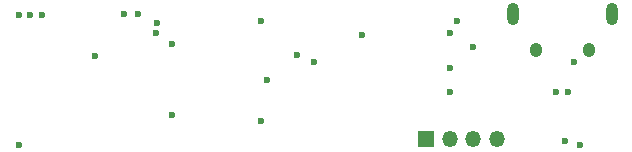
<source format=gbr>
%TF.GenerationSoftware,KiCad,Pcbnew,8.0.9*%
%TF.CreationDate,2025-03-20T13:35:36-07:00*%
%TF.ProjectId,bmbbmcp,626d6262-6d63-4702-9e6b-696361645f70,R1*%
%TF.SameCoordinates,Original*%
%TF.FileFunction,Copper,L2,Inr*%
%TF.FilePolarity,Positive*%
%FSLAX46Y46*%
G04 Gerber Fmt 4.6, Leading zero omitted, Abs format (unit mm)*
G04 Created by KiCad (PCBNEW 8.0.9) date 2025-03-20 13:35:36*
%MOMM*%
%LPD*%
G01*
G04 APERTURE LIST*
%TA.AperFunction,HeatsinkPad*%
%ADD10O,1.000000X1.900000*%
%TD*%
%TA.AperFunction,HeatsinkPad*%
%ADD11O,1.050000X1.250000*%
%TD*%
%TA.AperFunction,ComponentPad*%
%ADD12R,1.350000X1.350000*%
%TD*%
%TA.AperFunction,ComponentPad*%
%ADD13O,1.350000X1.350000*%
%TD*%
%TA.AperFunction,ViaPad*%
%ADD14C,0.600000*%
%TD*%
G04 APERTURE END LIST*
D10*
%TO.N,unconnected-(J1-Shield-Pad6)_5*%
%TO.C,J1*%
X175630000Y-87365000D03*
D11*
%TO.N,unconnected-(J1-Shield-Pad6)_1*%
X173680000Y-90365000D03*
%TO.N,unconnected-(J1-Shield-Pad6)_2*%
X169230000Y-90365000D03*
D10*
%TO.N,unconnected-(J1-Shield-Pad6)*%
X167280000Y-87365000D03*
%TD*%
D12*
%TO.N,+BATT*%
%TO.C,J3*%
X159915000Y-97915000D03*
D13*
%TO.N,+3.3V*%
X161915000Y-97915000D03*
%TO.N,unconnected-(J3-Pin_3-Pad3)*%
X163915000Y-97915000D03*
%TO.N,GND*%
X165915000Y-97915000D03*
%TD*%
D14*
%TO.N,GND*%
X150415000Y-91415000D03*
X161915000Y-91915000D03*
X145915000Y-96415000D03*
X138415000Y-95915000D03*
X161915000Y-88915000D03*
X138415000Y-89915000D03*
X137115000Y-88115000D03*
X172415000Y-91415000D03*
X172915000Y-98415000D03*
X146415000Y-92915000D03*
X161915000Y-93915000D03*
X125415000Y-98415000D03*
X145915000Y-87915000D03*
X125415000Y-87415000D03*
%TO.N,VBUS*%
X137067861Y-88913609D03*
X154515000Y-89115000D03*
%TO.N,/SWCLK*%
X171915000Y-93915000D03*
X126415000Y-87415000D03*
%TO.N,/~{RESET}*%
X171715000Y-98115000D03*
X149015000Y-90815000D03*
X131915000Y-90915000D03*
%TO.N,/SWDIO*%
X170915000Y-93915000D03*
X127415000Y-87415000D03*
%TO.N,/USBD+*%
X134315000Y-87315000D03*
X163915000Y-90115000D03*
%TO.N,/USBD-*%
X162515000Y-87915000D03*
X135515000Y-87315000D03*
%TD*%
M02*

</source>
